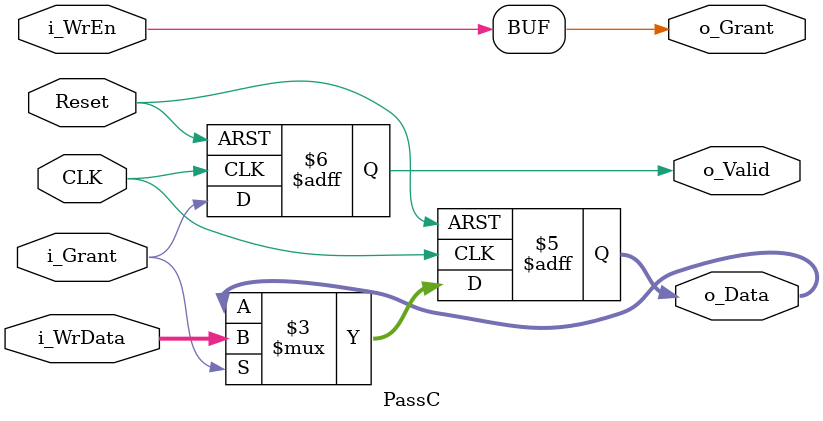
<source format=v>
module PassC #(
    parameter WIDTH = 8
)(
    input                       CLK,
    input                       Reset,      // asynchronous reset, high active

    input                       i_WrEn,     // write enable
    input       [WIDTH-1:0]     i_WrData,   // write data

    output reg                  o_Valid,    // 数据有效信号, assign to i_Grant
    output reg  [WIDTH-1:0]     o_Data,

    input                       i_Grant,
    output wire                 o_Grant
);

// o_Grant
assign o_Grant = i_WrEn;

// o_Valid
always @(posedge CLK or posedge Reset) begin
    if (Reset)
        o_Valid <= 'd0;
    else
        o_Valid <= i_Grant;
end

// o_Data
always @(posedge CLK or posedge Reset) begin
    if (Reset)
        o_Data  <= 'd0;
    else if (i_Grant)
        o_Data  <= i_WrData;
end

endmodule
</source>
